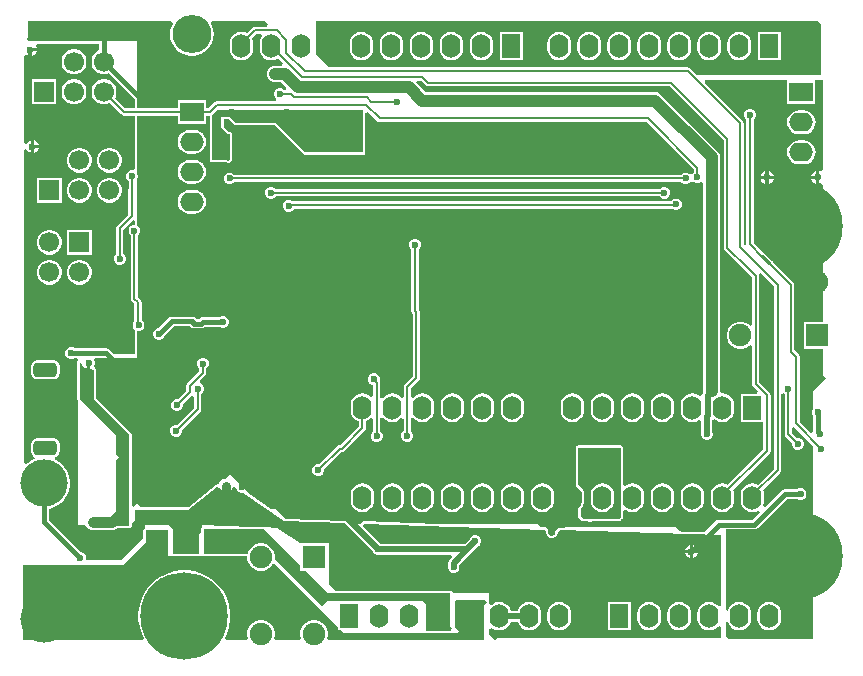
<source format=gbl>
G04*
G04 #@! TF.GenerationSoftware,Altium Limited,Altium Designer,24.5.2 (23)*
G04*
G04 Layer_Physical_Order=2*
G04 Layer_Color=16711680*
%FSLAX42Y42*%
%MOMM*%
G71*
G04*
G04 #@! TF.SameCoordinates,800EA35B-6491-4ADE-9D72-18F2112E8D14*
G04*
G04*
G04 #@! TF.FilePolarity,Positive*
G04*
G01*
G75*
%ADD10C,0.20*%
%ADD11C,0.50*%
%ADD20R,1.90X1.90*%
%ADD63R,1.90X1.90*%
%ADD64C,1.90*%
%ADD70C,0.80*%
%ADD71C,0.40*%
%ADD72C,0.60*%
%ADD73C,1.00*%
%ADD74O,2.00X1.60*%
%ADD75R,2.00X1.60*%
%ADD76O,1.60X2.00*%
%ADD77R,1.60X2.00*%
G04:AMPARAMS|DCode=78|XSize=2mm|YSize=1.2mm|CornerRadius=0.3mm|HoleSize=0mm|Usage=FLASHONLY|Rotation=0.000|XOffset=0mm|YOffset=0mm|HoleType=Round|Shape=RoundedRectangle|*
%AMROUNDEDRECTD78*
21,1,2.00,0.60,0,0,0.0*
21,1,1.40,1.20,0,0,0.0*
1,1,0.60,0.70,-0.30*
1,1,0.60,-0.70,-0.30*
1,1,0.60,-0.70,0.30*
1,1,0.60,0.70,0.30*
%
%ADD78ROUNDEDRECTD78*%
%ADD79R,1.70X1.70*%
%ADD80C,1.70*%
%ADD81O,3.30X3.20*%
%ADD82C,4.00*%
%ADD83C,7.40*%
%ADD84C,0.60*%
%ADD85C,0.30*%
%ADD86C,0.90*%
G36*
X2106Y5264D02*
X2098Y5246D01*
X1995D01*
X1995Y5246D01*
X1983Y5243D01*
X1973Y5237D01*
X1973Y5237D01*
X1926Y5189D01*
X1906Y5197D01*
X1880Y5201D01*
X1853Y5197D01*
X1829Y5187D01*
X1808Y5171D01*
X1792Y5150D01*
X1782Y5126D01*
X1779Y5100D01*
Y5060D01*
X1782Y5034D01*
X1792Y5010D01*
X1808Y4989D01*
X1829Y4973D01*
X1853Y4963D01*
X1880Y4959D01*
X1906Y4963D01*
X1930Y4973D01*
X1951Y4989D01*
X1967Y5010D01*
X1977Y5034D01*
X1980Y5060D01*
Y5100D01*
X1977Y5126D01*
X1969Y5146D01*
X2007Y5184D01*
X2048D01*
X2057Y5164D01*
X2046Y5150D01*
X2036Y5126D01*
X2033Y5100D01*
Y5060D01*
X2036Y5034D01*
X2046Y5010D01*
X2062Y4989D01*
X2083Y4973D01*
X2107Y4963D01*
X2134Y4959D01*
X2160Y4963D01*
X2184Y4973D01*
X2192Y4979D01*
X2234Y4936D01*
X2226Y4916D01*
X2164D01*
X2146Y4914D01*
X2129Y4907D01*
X2114Y4895D01*
X2103Y4881D01*
X2096Y4864D01*
X2093Y4846D01*
X2096Y4827D01*
X2103Y4810D01*
X2114Y4796D01*
X2129Y4784D01*
X2146Y4777D01*
X2164Y4775D01*
X2219D01*
X2261Y4732D01*
X2254Y4712D01*
X2240Y4710D01*
X2233Y4718D01*
X2214Y4726D01*
X2194D01*
X2176Y4718D01*
X2162Y4704D01*
X2154Y4686D01*
Y4666D01*
X2162Y4647D01*
X2174Y4636D01*
X2172Y4624D01*
X2167Y4616D01*
X1675D01*
X1663Y4613D01*
X1654Y4607D01*
X1601Y4555D01*
X1580D01*
Y4624D01*
X1340D01*
Y4555D01*
X1000D01*
Y4626D01*
X1000Y4626D01*
X1000Y4628D01*
Y5120D01*
X677D01*
X675Y5120D01*
X147D01*
X145Y5120D01*
X80D01*
X60Y5140D01*
X70Y5150D01*
Y5290D01*
X1287D01*
X1299Y5270D01*
X1288Y5249D01*
X1278Y5215D01*
X1274Y5180D01*
X1278Y5145D01*
X1288Y5111D01*
X1305Y5080D01*
X1327Y5052D01*
X1355Y5030D01*
X1386Y5013D01*
X1420Y5003D01*
X1438Y5001D01*
X1442Y5000D01*
X1446D01*
X1455Y4999D01*
X1465D01*
X1474Y5000D01*
X1478D01*
X1482Y5001D01*
X1500Y5003D01*
X1534Y5013D01*
X1565Y5030D01*
X1593Y5052D01*
X1615Y5080D01*
X1632Y5111D01*
X1642Y5145D01*
X1646Y5180D01*
X1642Y5215D01*
X1632Y5249D01*
X1621Y5270D01*
X1633Y5290D01*
X2080D01*
X2106Y5264D01*
D02*
G37*
G36*
X675Y5045D02*
X651Y5032D01*
X632Y5012D01*
X618Y4988D01*
X611Y4961D01*
Y4934D01*
X618Y4907D01*
X632Y4883D01*
X651Y4863D01*
X675Y4850D01*
X702Y4842D01*
X730D01*
X756Y4850D01*
X980Y4626D01*
Y4555D01*
X898D01*
X808Y4644D01*
X814Y4653D01*
X821Y4680D01*
Y4707D01*
X814Y4734D01*
X800Y4758D01*
X780Y4778D01*
X756Y4791D01*
X730Y4798D01*
X702D01*
X675Y4791D01*
X651Y4778D01*
X632Y4758D01*
X618Y4734D01*
X611Y4707D01*
Y4680D01*
X618Y4653D01*
X632Y4629D01*
X651Y4609D01*
X675Y4596D01*
X702Y4588D01*
X730D01*
X756Y4596D01*
X765Y4601D01*
X864Y4502D01*
X864Y4502D01*
X874Y4496D01*
X885Y4493D01*
X980D01*
Y4041D01*
X963Y4030D01*
X963Y4030D01*
X943D01*
X925Y4022D01*
X911Y4008D01*
X903Y3990D01*
Y3970D01*
X911Y3951D01*
X925Y3937D01*
X925Y3937D01*
Y3884D01*
X925Y3883D01*
X923Y3871D01*
X923Y3871D01*
Y3654D01*
X828Y3560D01*
X822Y3550D01*
X819Y3538D01*
X819Y3538D01*
Y3320D01*
X808Y3308D01*
X800Y3290D01*
Y3270D01*
X808Y3252D01*
X822Y3238D01*
X840Y3230D01*
X860D01*
X878Y3238D01*
X892Y3252D01*
X900Y3270D01*
Y3290D01*
X892Y3308D01*
X881Y3320D01*
Y3526D01*
X960Y3605D01*
X980Y3597D01*
Y3569D01*
X964D01*
X946Y3561D01*
X931Y3547D01*
X924Y3529D01*
Y3509D01*
X931Y3491D01*
X943Y3479D01*
Y2941D01*
X943Y2941D01*
X946Y2929D01*
X952Y2919D01*
X974Y2898D01*
Y2756D01*
X966Y2748D01*
X959Y2730D01*
Y2710D01*
X966Y2692D01*
X980Y2678D01*
Y2470D01*
X805D01*
X766Y2509D01*
X753Y2518D01*
X737Y2521D01*
X737Y2521D01*
X470D01*
X468Y2522D01*
X450Y2530D01*
X430D01*
X412Y2522D01*
X398Y2508D01*
X390Y2490D01*
Y2470D01*
X398Y2452D01*
X412Y2438D01*
X430Y2430D01*
X450D01*
X468Y2438D01*
X470Y2439D01*
X489Y2437D01*
X493Y2429D01*
X495Y2419D01*
X494Y2417D01*
X492Y2415D01*
X492Y2414D01*
X491Y2413D01*
X491Y2410D01*
X490Y2407D01*
X490Y2406D01*
X490Y2405D01*
Y2096D01*
X491Y2088D01*
X496Y2081D01*
X500Y2077D01*
Y1030D01*
X558D01*
X563Y1017D01*
X574Y1004D01*
X587Y993D01*
X603Y987D01*
X620Y984D01*
X782D01*
X799Y987D01*
X815Y993D01*
X823Y1000D01*
X931D01*
X939Y1001D01*
X945Y1006D01*
X950Y1012D01*
X951Y1020D01*
Y1044D01*
X980Y1060D01*
Y1150D01*
X1430D01*
X1676Y1349D01*
X1698Y1341D01*
X1703Y1329D01*
X1719Y1313D01*
X1737Y1305D01*
Y1360D01*
X1763D01*
Y1305D01*
X1781Y1313D01*
X1797Y1329D01*
X1800Y1337D01*
X1821Y1345D01*
X1836Y1336D01*
X1842Y1322D01*
X1856Y1308D01*
X1875Y1300D01*
X1895D01*
X1896Y1300D01*
X2244Y1058D01*
X2753Y1042D01*
X2993Y802D01*
X2998Y792D01*
X3012Y778D01*
X3030Y770D01*
X3050D01*
X3060Y774D01*
X3655D01*
X3663Y756D01*
X3645Y738D01*
X3636Y723D01*
X3632Y706D01*
Y695D01*
X3626Y681D01*
Y661D01*
X3634Y643D01*
X3648Y628D01*
X3666Y621D01*
X3686D01*
X3704Y628D01*
X3718Y643D01*
X3726Y661D01*
Y681D01*
X3724Y686D01*
Y687D01*
X3878Y841D01*
X3888Y845D01*
X3902Y859D01*
X3910Y878D01*
Y898D01*
X3902Y916D01*
X3888Y930D01*
X3870Y938D01*
X3850D01*
X3832Y930D01*
X3818Y916D01*
X3815Y911D01*
X3771Y866D01*
X3060D01*
X3058Y867D01*
X2907Y1018D01*
X2915Y1037D01*
X4451Y987D01*
X4458Y977D01*
Y957D01*
X4465Y938D01*
X4479Y924D01*
X4498Y917D01*
X4517D01*
X4536Y924D01*
X4550Y938D01*
X4558Y957D01*
Y964D01*
X4575Y983D01*
X5940Y939D01*
Y343D01*
X5920Y337D01*
X5913Y345D01*
X5892Y361D01*
X5868Y371D01*
X5842Y375D01*
X5816Y371D01*
X5792Y361D01*
X5771Y345D01*
X5755Y324D01*
X5745Y300D01*
X5741Y274D01*
Y234D01*
X5745Y208D01*
X5755Y184D01*
X5771Y163D01*
X5792Y147D01*
X5816Y137D01*
X5842Y133D01*
X5868Y137D01*
X5892Y147D01*
X5913Y163D01*
X5920Y171D01*
X5940Y165D01*
Y70D01*
X4050D01*
X4030Y50D01*
X3980Y100D01*
Y148D01*
X4000Y157D01*
X4014Y147D01*
X4038Y137D01*
X4064Y133D01*
X4090Y137D01*
X4114Y147D01*
X4135Y163D01*
X4151Y184D01*
X4161Y208D01*
X4161Y208D01*
X4221D01*
X4221Y208D01*
X4231Y184D01*
X4247Y163D01*
X4268Y147D01*
X4292Y137D01*
X4318Y133D01*
X4344Y137D01*
X4368Y147D01*
X4389Y163D01*
X4405Y184D01*
X4415Y208D01*
X4419Y234D01*
Y274D01*
X4415Y300D01*
X4405Y324D01*
X4389Y345D01*
X4368Y361D01*
X4344Y371D01*
X4318Y375D01*
X4292Y371D01*
X4268Y361D01*
X4247Y345D01*
X4231Y324D01*
X4221Y300D01*
X4221Y300D01*
X4161D01*
X4161Y300D01*
X4151Y324D01*
X4135Y345D01*
X4114Y361D01*
X4090Y371D01*
X4064Y375D01*
X4038Y371D01*
X4014Y361D01*
X4000Y351D01*
X3980Y360D01*
Y368D01*
X3980Y370D01*
X3980Y372D01*
Y450D01*
X3670D01*
X3669Y458D01*
X3664Y464D01*
X3658Y469D01*
X3650Y470D01*
X2680D01*
X2620Y530D01*
Y870D01*
X2380D01*
X2180Y1000D01*
X2084Y1005D01*
X2078Y1009D01*
X2070Y1010D01*
X1962D01*
X1550Y1030D01*
Y1007D01*
X1546Y1004D01*
X1541Y998D01*
X1540Y990D01*
Y970D01*
X1520Y950D01*
Y780D01*
X1423D01*
X1421Y780D01*
X1420Y780D01*
X1416Y780D01*
X1412Y780D01*
X1411Y780D01*
X1409Y780D01*
X1300D01*
Y990D01*
X1260Y1030D01*
X1060D01*
Y997D01*
X1056Y994D01*
X1051Y988D01*
X1050Y980D01*
Y920D01*
X870Y740D01*
Y730D01*
X572D01*
X565Y740D01*
Y760D01*
X557Y778D01*
X543Y792D01*
X525Y800D01*
X523D01*
X251Y1072D01*
Y1164D01*
X274Y1168D01*
X314Y1185D01*
X350Y1209D01*
X381Y1240D01*
X405Y1276D01*
X422Y1316D01*
X430Y1358D01*
Y1402D01*
X422Y1444D01*
X405Y1484D01*
X381Y1520D01*
X350Y1551D01*
X314Y1575D01*
X300Y1581D01*
X302Y1601D01*
X309Y1603D01*
X326Y1614D01*
X337Y1630D01*
X341Y1650D01*
Y1710D01*
X337Y1730D01*
X326Y1746D01*
X309Y1757D01*
X290Y1761D01*
X150D01*
X130Y1757D01*
X114Y1746D01*
X103Y1730D01*
X99Y1710D01*
Y1650D01*
X103Y1630D01*
X114Y1614D01*
X127Y1605D01*
X128Y1592D01*
X126Y1583D01*
X106Y1575D01*
X70Y1551D01*
X58Y1540D01*
X40Y1547D01*
Y4202D01*
X60Y4206D01*
X63Y4199D01*
X79Y4183D01*
X97Y4175D01*
Y4230D01*
Y4285D01*
X79Y4277D01*
X63Y4261D01*
X60Y4254D01*
X40Y4258D01*
Y4993D01*
X59Y5003D01*
X77Y4995D01*
Y5050D01*
X90D01*
Y5063D01*
X145D01*
X137Y5081D01*
X147Y5100D01*
X675D01*
Y5045D01*
D02*
G37*
G36*
X6780Y5270D02*
X6790D01*
Y4840D01*
X5733D01*
X5682Y4892D01*
X5672Y4898D01*
X5660Y4901D01*
X5660Y4901D01*
X2619D01*
X2510Y5010D01*
Y5290D01*
X6760D01*
X6780Y5270D01*
D02*
G37*
G36*
X6800Y4034D02*
X6780Y4022D01*
X6773Y4025D01*
Y3970D01*
Y3915D01*
X6780Y3918D01*
X6800Y3906D01*
Y2747D01*
X6639D01*
Y2517D01*
X6800D01*
Y2300D01*
X6830Y2270D01*
X6720Y2160D01*
Y2011D01*
X6718Y2010D01*
X6711Y1991D01*
Y1971D01*
X6718Y1953D01*
X6720Y1951D01*
Y1816D01*
X6720Y1815D01*
Y1810D01*
X6702Y1803D01*
X6606Y1899D01*
Y2450D01*
X6606Y2450D01*
X6603Y2462D01*
X6597Y2472D01*
X6562Y2507D01*
Y3059D01*
X6560Y3070D01*
X6553Y3080D01*
X6553Y3080D01*
X6381Y3252D01*
X6380Y3255D01*
X6380Y3257D01*
X6380Y3257D01*
X6372Y3268D01*
X6370Y3271D01*
X6370Y3271D01*
X6342Y3294D01*
X6319Y3322D01*
X6319Y3322D01*
X6319Y3322D01*
X6316Y3324D01*
X6305Y3332D01*
X6305Y3332D01*
X6303Y3332D01*
X6300Y3333D01*
X6217Y3416D01*
Y4459D01*
X6229Y4471D01*
X6236Y4489D01*
Y4509D01*
X6229Y4527D01*
X6215Y4541D01*
X6196Y4549D01*
X6176D01*
X6158Y4541D01*
X6144Y4527D01*
X6136Y4509D01*
Y4489D01*
X6144Y4471D01*
X6156Y4459D01*
Y3404D01*
X6156Y3404D01*
X6154Y3402D01*
X6142Y3395D01*
X6131Y3404D01*
Y4430D01*
X6131Y4430D01*
X6128Y4442D01*
X6122Y4452D01*
X6122Y4452D01*
X5802Y4772D01*
X5809Y4790D01*
X6480D01*
X6500Y4790D01*
X6500Y4770D01*
Y4590D01*
X6740D01*
Y4770D01*
X6740Y4790D01*
X6760Y4790D01*
X6800D01*
Y4034D01*
D02*
G37*
G36*
X2910Y4180D02*
X2420D01*
X2170Y4430D01*
X2062D01*
X2059Y4431D01*
X2039D01*
X2036Y4430D01*
X1834D01*
X1784Y4480D01*
X1710D01*
Y4390D01*
X1766Y4334D01*
X1784D01*
Y4125D01*
X1769Y4111D01*
X1760Y4120D01*
X1630D01*
Y4499D01*
X1636Y4502D01*
X1673Y4540D01*
X2910D01*
Y4180D01*
D02*
G37*
G36*
X3439Y4748D02*
X3449Y4742D01*
X3460Y4739D01*
X3460Y4739D01*
X5507D01*
X5964Y4283D01*
Y3375D01*
X5964Y3375D01*
X5966Y3363D01*
X5973Y3353D01*
X6148Y3178D01*
X6148Y3178D01*
X6148Y3178D01*
X6203Y3123D01*
Y2723D01*
X6183Y2715D01*
X6174Y2724D01*
X6148Y2739D01*
X6119Y2747D01*
X6089D01*
X6059Y2739D01*
X6033Y2724D01*
X6012Y2702D01*
X5997Y2676D01*
X5989Y2647D01*
Y2616D01*
X5997Y2587D01*
X6012Y2561D01*
X6033Y2540D01*
X6059Y2524D01*
X6089Y2517D01*
X6119D01*
X6148Y2524D01*
X6174Y2540D01*
X6183Y2548D01*
X6203Y2540D01*
Y2221D01*
X6203Y2221D01*
X6206Y2210D01*
X6212Y2200D01*
X6254Y2158D01*
X6247Y2139D01*
X6106D01*
Y1899D01*
X6299D01*
Y1667D01*
X5998Y1367D01*
X5979Y1375D01*
X5953Y1378D01*
X5926Y1375D01*
X5902Y1365D01*
X5881Y1349D01*
X5865Y1328D01*
X5855Y1303D01*
X5852Y1277D01*
Y1237D01*
X5855Y1211D01*
X5865Y1187D01*
X5881Y1166D01*
X5902Y1150D01*
X5926Y1140D01*
X5953Y1136D01*
X5979Y1140D01*
X6003Y1150D01*
X6024Y1166D01*
X6040Y1187D01*
X6050Y1211D01*
X6053Y1237D01*
Y1277D01*
X6050Y1303D01*
X6042Y1323D01*
X6352Y1633D01*
X6358Y1643D01*
X6361Y1655D01*
X6361Y1655D01*
Y2125D01*
X6358Y2137D01*
X6352Y2147D01*
X6352Y2147D01*
X6264Y2234D01*
Y3135D01*
X6264Y3135D01*
X6262Y3146D01*
X6263Y3147D01*
X6280Y3157D01*
X6389Y3047D01*
Y1503D01*
X6252Y1367D01*
X6233Y1375D01*
X6206Y1378D01*
X6180Y1375D01*
X6156Y1365D01*
X6135Y1349D01*
X6119Y1328D01*
X6109Y1303D01*
X6106Y1277D01*
Y1237D01*
X6109Y1211D01*
X6119Y1187D01*
X6135Y1166D01*
X6156Y1150D01*
X6180Y1140D01*
X6206Y1136D01*
X6233Y1140D01*
X6257Y1150D01*
X6269Y1134D01*
X6206Y1071D01*
X5920D01*
X5904Y1068D01*
X5891Y1059D01*
X5891Y1059D01*
X5802Y970D01*
X5612D01*
X5589Y971D01*
X5550Y1010D01*
X4623D01*
X4615Y1002D01*
X4576Y1003D01*
X4575Y1003D01*
X4574Y1003D01*
X4571Y1003D01*
X4568Y1002D01*
X4567Y1002D01*
X4566Y1001D01*
X4564Y1000D01*
X4561Y998D01*
X4560Y997D01*
X4560Y997D01*
X4542Y977D01*
X4541Y974D01*
X4539Y971D01*
X4539Y971D01*
X4538Y970D01*
X4538Y967D01*
X4537Y964D01*
Y961D01*
X4533Y950D01*
X4524Y942D01*
X4513Y937D01*
X4502D01*
X4491Y942D01*
X4482Y950D01*
X4478Y961D01*
Y977D01*
X4478Y978D01*
X4478Y980D01*
X4477Y982D01*
X4476Y984D01*
X4475Y986D01*
X4475Y988D01*
X4468Y998D01*
X4467Y999D01*
X4466Y1001D01*
X4464Y1002D01*
X4462Y1004D01*
X4461Y1005D01*
X4459Y1006D01*
X4457Y1006D01*
X4455Y1007D01*
X4453Y1007D01*
X4451Y1007D01*
X4418Y1008D01*
X4389Y1037D01*
X3538D01*
X2915Y1057D01*
X2915Y1057D01*
X2915Y1057D01*
X2911Y1056D01*
X2907Y1056D01*
X2907Y1055D01*
X2907Y1055D01*
X2904Y1053D01*
X2901Y1051D01*
X2901Y1051D01*
X2901Y1051D01*
X2898Y1048D01*
X2896Y1045D01*
X2896Y1045D01*
X2896Y1045D01*
X2893Y1037D01*
X2787D01*
X2768Y1056D01*
X2765Y1058D01*
X2762Y1060D01*
X2761Y1060D01*
X2761Y1061D01*
X2758Y1061D01*
X2754Y1062D01*
X2252Y1078D01*
X2170Y1160D01*
X2133D01*
X1958Y1282D01*
X1780Y1460D01*
X1739Y1419D01*
X1727Y1417D01*
X1707Y1403D01*
X1693Y1383D01*
X1692Y1381D01*
X1678Y1370D01*
X1677Y1369D01*
X1675Y1370D01*
X1673Y1369D01*
X1670Y1369D01*
X1669Y1368D01*
X1668Y1368D01*
X1666Y1366D01*
X1663Y1365D01*
X1435Y1180D01*
X1030D01*
X1000Y1210D01*
X970Y1180D01*
X951Y1187D01*
Y1789D01*
X950Y1797D01*
X945Y1804D01*
X650Y2098D01*
Y2338D01*
X650Y2341D01*
X649Y2344D01*
X649Y2345D01*
X649Y2346D01*
X647Y2348D01*
X646Y2351D01*
X645Y2351D01*
X644Y2352D01*
X642Y2354D01*
X641Y2354D01*
X629Y2370D01*
X636Y2389D01*
Y2408D01*
X631Y2420D01*
X642Y2440D01*
X990D01*
X1000Y2450D01*
Y2468D01*
X1000Y2470D01*
Y2670D01*
X1018D01*
X1037Y2678D01*
X1051Y2692D01*
X1059Y2710D01*
Y2730D01*
X1051Y2748D01*
X1037Y2762D01*
X1035Y2763D01*
Y2911D01*
X1033Y2922D01*
X1026Y2932D01*
X1004Y2954D01*
Y3479D01*
X1016Y3491D01*
X1024Y3509D01*
Y3529D01*
X1016Y3547D01*
X1002Y3561D01*
X1000Y3562D01*
Y3567D01*
X1000Y3569D01*
Y3597D01*
X1000Y3599D01*
Y3962D01*
X1003Y3970D01*
Y3990D01*
X1000Y3997D01*
Y4037D01*
X1000Y4037D01*
Y4039D01*
X1000Y4041D01*
Y4493D01*
X1340D01*
Y4424D01*
X1580D01*
Y4493D01*
X1610D01*
Y4120D01*
X1611Y4112D01*
X1616Y4106D01*
X1622Y4101D01*
X1630Y4100D01*
X1752D01*
X1755Y4097D01*
X1758Y4095D01*
X1761Y4092D01*
X1761Y4092D01*
X1761Y4092D01*
X1765Y4091D01*
X1768Y4091D01*
X1769Y4091D01*
X1769Y4091D01*
X1773Y4091D01*
X1776Y4092D01*
X1776Y4092D01*
X1777Y4092D01*
X1780Y4094D01*
X1783Y4096D01*
X1798Y4110D01*
X1798Y4110D01*
X1798Y4110D01*
X1800Y4113D01*
X1802Y4116D01*
X1802Y4116D01*
X1803Y4117D01*
X1803Y4120D01*
X1804Y4124D01*
X1804Y4124D01*
X1804Y4125D01*
Y4334D01*
X1803Y4342D01*
X1798Y4348D01*
X1792Y4353D01*
X1784Y4354D01*
X1775D01*
X1730Y4398D01*
Y4460D01*
X1776D01*
X1820Y4416D01*
X1826Y4411D01*
X1834Y4410D01*
X2036D01*
X2042Y4411D01*
X2055D01*
X2062Y4410D01*
X2162D01*
X2406Y4166D01*
X2412Y4161D01*
X2420Y4160D01*
X2910D01*
X2918Y4161D01*
X2924Y4166D01*
X2929Y4172D01*
X2930Y4180D01*
Y4517D01*
X2950Y4525D01*
X3027Y4448D01*
X3027Y4448D01*
X3037Y4442D01*
X3049Y4439D01*
X3049Y4439D01*
X5307D01*
X5709Y4037D01*
Y4010D01*
X5698Y3999D01*
X5697Y3998D01*
X5675Y3996D01*
X5668Y4002D01*
X5650Y4010D01*
X5630D01*
X5612Y4002D01*
X5600Y3991D01*
X1820D01*
X1808Y4002D01*
X1790Y4010D01*
X1770D01*
X1752Y4002D01*
X1738Y3988D01*
X1730Y3970D01*
Y3950D01*
X1738Y3932D01*
X1752Y3918D01*
X1770Y3910D01*
X1790D01*
X1808Y3918D01*
X1820Y3929D01*
X5600D01*
X5612Y3918D01*
X5630Y3910D01*
X5650D01*
X5668Y3918D01*
X5682Y3931D01*
X5683Y3932D01*
X5705Y3934D01*
X5712Y3928D01*
X5730Y3920D01*
X5750D01*
X5768Y3928D01*
X5769Y3929D01*
X5789Y3920D01*
Y2159D01*
X5790Y2152D01*
X5785Y2144D01*
X5782Y2126D01*
X5762Y2117D01*
X5749Y2127D01*
X5725Y2137D01*
X5699Y2140D01*
X5672Y2137D01*
X5648Y2127D01*
X5627Y2111D01*
X5611Y2090D01*
X5601Y2065D01*
X5598Y2039D01*
Y1999D01*
X5601Y1973D01*
X5611Y1949D01*
X5627Y1928D01*
X5648Y1912D01*
X5672Y1902D01*
X5699Y1898D01*
X5725Y1902D01*
X5749Y1912D01*
X5755Y1917D01*
X5775Y1907D01*
Y1817D01*
X5771Y1807D01*
Y1787D01*
X5779Y1768D01*
X5793Y1754D01*
X5811Y1747D01*
X5831D01*
X5849Y1754D01*
X5864Y1768D01*
X5871Y1787D01*
Y1807D01*
X5867Y1817D01*
Y1915D01*
X5868Y1916D01*
X5887Y1923D01*
X5902Y1912D01*
X5926Y1902D01*
X5953Y1898D01*
X5979Y1902D01*
X6003Y1912D01*
X6024Y1928D01*
X6040Y1949D01*
X6050Y1973D01*
X6053Y1999D01*
Y2039D01*
X6050Y2065D01*
X6040Y2090D01*
X6024Y2111D01*
X6003Y2127D01*
X5979Y2137D01*
X5953Y2140D01*
X5948Y2140D01*
X5930Y2157D01*
X5931Y2159D01*
Y4140D01*
X5928Y4158D01*
X5921Y4175D01*
X5910Y4190D01*
X5430Y4670D01*
X5415Y4681D01*
X5398Y4688D01*
X5380Y4691D01*
X3440D01*
X3361Y4769D01*
X3369Y4789D01*
X3398D01*
X3439Y4748D01*
D02*
G37*
G36*
X6479Y2132D02*
Y1793D01*
X6479Y1793D01*
X6482Y1781D01*
X6488Y1771D01*
X6539Y1721D01*
Y1704D01*
X6547Y1686D01*
X6561Y1672D01*
X6579Y1664D01*
X6599D01*
X6617Y1672D01*
X6631Y1686D01*
X6639Y1704D01*
Y1724D01*
X6631Y1742D01*
X6617Y1756D01*
X6599Y1764D01*
X6582D01*
X6541Y1806D01*
Y1849D01*
X6561Y1857D01*
X6720Y1698D01*
Y60D01*
X6010D01*
X5980Y90D01*
Y203D01*
X5999Y208D01*
X6009Y184D01*
X6025Y163D01*
X6046Y147D01*
X6070Y137D01*
X6096Y133D01*
X6122Y137D01*
X6146Y147D01*
X6167Y163D01*
X6183Y184D01*
X6193Y208D01*
X6197Y234D01*
Y274D01*
X6193Y300D01*
X6183Y324D01*
X6167Y345D01*
X6146Y361D01*
X6122Y371D01*
X6096Y375D01*
X6070Y371D01*
X6046Y361D01*
X6025Y345D01*
X6009Y324D01*
X5999Y300D01*
X5980Y305D01*
Y970D01*
X5980D01*
X5982Y989D01*
X6223D01*
X6223Y989D01*
X6238Y992D01*
X6252Y1001D01*
X6498Y1248D01*
X6584D01*
X6586Y1246D01*
X6604Y1239D01*
X6624D01*
X6642Y1246D01*
X6656Y1260D01*
X6664Y1279D01*
Y1298D01*
X6656Y1317D01*
X6642Y1331D01*
X6624Y1339D01*
X6604D01*
X6586Y1331D01*
X6584Y1329D01*
X6481D01*
X6481Y1329D01*
X6466Y1326D01*
X6452Y1317D01*
X6452Y1317D01*
X6310Y1175D01*
X6294Y1187D01*
X6304Y1211D01*
X6307Y1237D01*
Y1277D01*
X6304Y1303D01*
X6296Y1323D01*
X6442Y1469D01*
X6448Y1479D01*
X6451Y1491D01*
X6451Y1491D01*
Y2131D01*
X6471Y2140D01*
X6479Y2132D01*
D02*
G37*
G36*
X531Y2391D02*
Y2388D01*
X539Y2367D01*
X555Y2352D01*
X574Y2344D01*
Y2399D01*
X599D01*
Y2344D01*
X610Y2348D01*
X630Y2338D01*
Y2090D01*
X931Y1789D01*
Y1020D01*
X820D01*
Y1580D01*
X840Y1600D01*
X820Y1620D01*
Y1786D01*
X510Y2096D01*
Y2405D01*
X511Y2406D01*
X531Y2391D01*
D02*
G37*
G36*
X2380Y680D02*
Y640D01*
X2420D01*
X2610Y450D01*
X3650D01*
Y160D01*
X3660Y150D01*
X3652Y130D01*
X3440D01*
Y360D01*
X3418Y382D01*
X2602D01*
X2560Y340D01*
X2160Y740D01*
Y770D01*
X2152Y799D01*
X2137Y826D01*
X2116Y847D01*
X2089Y862D01*
X2060Y870D01*
X2030D01*
X2001Y862D01*
X1974Y847D01*
X1953Y826D01*
X1938Y799D01*
X1933Y780D01*
X1570D01*
X1560Y784D01*
Y990D01*
X2070D01*
X2380Y680D01*
D02*
G37*
G36*
X1260Y760D02*
X1409D01*
X1416Y759D01*
X1423Y760D01*
X1568D01*
X1570Y760D01*
X1666D01*
X1670Y759D01*
X1674Y760D01*
X1930D01*
Y740D01*
X1938Y711D01*
X1953Y684D01*
X1974Y663D01*
X2001Y648D01*
X2030Y640D01*
X2060D01*
X2089Y648D01*
X2116Y663D01*
X2137Y684D01*
X2143Y695D01*
X2163Y697D01*
X2694Y166D01*
Y134D01*
X2726D01*
X2748Y112D01*
X3432Y112D01*
X3432Y111D01*
X3440Y110D01*
X3652D01*
X3660Y111D01*
X3660Y112D01*
X3702D01*
X3720Y130D01*
X3690Y160D01*
Y372D01*
X3695Y390D01*
X3940D01*
X3960Y370D01*
X3930Y340D01*
Y50D01*
X2617D01*
X2605Y70D01*
X2610Y90D01*
Y120D01*
X2602Y149D01*
X2587Y176D01*
X2566Y197D01*
X2539Y212D01*
X2510Y220D01*
X2480D01*
X2451Y212D01*
X2424Y197D01*
X2403Y176D01*
X2388Y149D01*
X2380Y120D01*
Y90D01*
X2385Y70D01*
X2373Y50D01*
X2167D01*
X2155Y70D01*
X2160Y90D01*
Y120D01*
X2152Y149D01*
X2137Y176D01*
X2116Y197D01*
X2089Y212D01*
X2060Y220D01*
X2030D01*
X2001Y212D01*
X1974Y197D01*
X1953Y176D01*
X1938Y149D01*
X1930Y120D01*
Y90D01*
X1935Y70D01*
X1923Y50D01*
X1750D01*
X1739Y67D01*
X1758Y104D01*
X1777Y163D01*
X1787Y223D01*
Y285D01*
X1777Y345D01*
X1758Y404D01*
X1731Y458D01*
X1694Y508D01*
X1651Y551D01*
X1601Y588D01*
X1547Y615D01*
X1488Y634D01*
X1428Y644D01*
X1366D01*
X1306Y634D01*
X1247Y615D01*
X1193Y588D01*
X1143Y551D01*
X1100Y508D01*
X1063Y458D01*
X1036Y404D01*
X1017Y345D01*
X1007Y285D01*
Y223D01*
X1017Y163D01*
X1036Y104D01*
X1055Y67D01*
X1044Y50D01*
X40D01*
X30Y60D01*
Y690D01*
X880D01*
X1070Y880D01*
Y980D01*
X1260D01*
Y760D01*
D02*
G37*
%LPC*%
G36*
X145Y5037D02*
X103D01*
Y4995D01*
X121Y5003D01*
X137Y5019D01*
X145Y5037D01*
D02*
G37*
G36*
X476Y5052D02*
X448D01*
X421Y5045D01*
X397Y5032D01*
X378Y5012D01*
X364Y4988D01*
X357Y4961D01*
Y4934D01*
X364Y4907D01*
X378Y4883D01*
X397Y4863D01*
X421Y4850D01*
X448Y4842D01*
X476D01*
X502Y4850D01*
X526Y4863D01*
X546Y4883D01*
X560Y4907D01*
X567Y4934D01*
Y4961D01*
X560Y4988D01*
X546Y5012D01*
X526Y5032D01*
X502Y5045D01*
X476Y5052D01*
D02*
G37*
G36*
Y4798D02*
X448D01*
X421Y4791D01*
X397Y4778D01*
X378Y4758D01*
X364Y4734D01*
X357Y4707D01*
Y4680D01*
X364Y4653D01*
X378Y4629D01*
X397Y4609D01*
X421Y4596D01*
X448Y4588D01*
X476D01*
X502Y4596D01*
X526Y4609D01*
X546Y4629D01*
X560Y4653D01*
X567Y4680D01*
Y4707D01*
X560Y4734D01*
X546Y4758D01*
X526Y4778D01*
X502Y4791D01*
X476Y4798D01*
D02*
G37*
G36*
X313D02*
X103D01*
Y4588D01*
X313D01*
Y4798D01*
D02*
G37*
G36*
X123Y4285D02*
Y4243D01*
X165D01*
X157Y4261D01*
X141Y4277D01*
X123Y4285D01*
D02*
G37*
G36*
X165Y4217D02*
X123D01*
Y4175D01*
X141Y4183D01*
X157Y4199D01*
X165Y4217D01*
D02*
G37*
G36*
X776Y4220D02*
X748D01*
X721Y4213D01*
X698Y4199D01*
X678Y4179D01*
X664Y4155D01*
X657Y4129D01*
Y4101D01*
X664Y4074D01*
X678Y4050D01*
X698Y4031D01*
X721Y4017D01*
X748Y4010D01*
X776D01*
X803Y4017D01*
X826Y4031D01*
X846Y4050D01*
X860Y4074D01*
X867Y4101D01*
Y4129D01*
X860Y4155D01*
X846Y4179D01*
X826Y4199D01*
X803Y4213D01*
X776Y4220D01*
D02*
G37*
G36*
X522D02*
X494D01*
X467Y4213D01*
X444Y4199D01*
X424Y4179D01*
X410Y4155D01*
X403Y4129D01*
Y4101D01*
X410Y4074D01*
X424Y4050D01*
X444Y4031D01*
X467Y4017D01*
X494Y4010D01*
X522D01*
X549Y4017D01*
X572Y4031D01*
X592Y4050D01*
X606Y4074D01*
X613Y4101D01*
Y4129D01*
X606Y4155D01*
X592Y4179D01*
X572Y4199D01*
X549Y4213D01*
X522Y4220D01*
D02*
G37*
G36*
X776Y3966D02*
X748D01*
X721Y3959D01*
X698Y3945D01*
X678Y3925D01*
X664Y3901D01*
X657Y3875D01*
Y3847D01*
X664Y3820D01*
X678Y3796D01*
X698Y3777D01*
X721Y3763D01*
X748Y3756D01*
X776D01*
X803Y3763D01*
X826Y3777D01*
X846Y3796D01*
X860Y3820D01*
X867Y3847D01*
Y3875D01*
X860Y3901D01*
X846Y3925D01*
X826Y3945D01*
X803Y3959D01*
X776Y3966D01*
D02*
G37*
G36*
X522D02*
X494D01*
X467Y3959D01*
X444Y3945D01*
X424Y3925D01*
X410Y3901D01*
X403Y3875D01*
Y3847D01*
X410Y3820D01*
X424Y3796D01*
X444Y3777D01*
X467Y3763D01*
X494Y3756D01*
X522D01*
X549Y3763D01*
X572Y3777D01*
X592Y3796D01*
X606Y3820D01*
X613Y3847D01*
Y3875D01*
X606Y3901D01*
X592Y3925D01*
X572Y3945D01*
X549Y3959D01*
X522Y3966D01*
D02*
G37*
G36*
X359D02*
X149D01*
Y3756D01*
X359D01*
Y3966D01*
D02*
G37*
G36*
X613Y3525D02*
X403D01*
Y3315D01*
X613D01*
Y3525D01*
D02*
G37*
G36*
X268D02*
X240D01*
X213Y3518D01*
X190Y3504D01*
X170Y3484D01*
X156Y3461D01*
X149Y3434D01*
Y3406D01*
X156Y3379D01*
X170Y3356D01*
X190Y3336D01*
X213Y3322D01*
X240Y3315D01*
X268D01*
X295Y3322D01*
X318Y3336D01*
X338Y3356D01*
X352Y3379D01*
X359Y3406D01*
Y3434D01*
X352Y3461D01*
X338Y3484D01*
X318Y3504D01*
X295Y3518D01*
X268Y3525D01*
D02*
G37*
G36*
X522Y3271D02*
X494D01*
X467Y3264D01*
X444Y3250D01*
X424Y3230D01*
X410Y3207D01*
X403Y3180D01*
Y3152D01*
X410Y3125D01*
X424Y3102D01*
X444Y3082D01*
X467Y3068D01*
X494Y3061D01*
X522D01*
X549Y3068D01*
X572Y3082D01*
X592Y3102D01*
X606Y3125D01*
X613Y3152D01*
Y3180D01*
X606Y3207D01*
X592Y3230D01*
X572Y3250D01*
X549Y3264D01*
X522Y3271D01*
D02*
G37*
G36*
X268D02*
X240D01*
X213Y3264D01*
X190Y3250D01*
X170Y3230D01*
X156Y3207D01*
X149Y3180D01*
Y3152D01*
X156Y3125D01*
X170Y3102D01*
X190Y3082D01*
X213Y3068D01*
X240Y3061D01*
X268D01*
X295Y3068D01*
X318Y3082D01*
X338Y3102D01*
X352Y3125D01*
X359Y3152D01*
Y3180D01*
X352Y3207D01*
X338Y3230D01*
X318Y3250D01*
X295Y3264D01*
X268Y3271D01*
D02*
G37*
G36*
X290Y2421D02*
X150D01*
X130Y2417D01*
X114Y2406D01*
X103Y2390D01*
X99Y2370D01*
Y2310D01*
X103Y2290D01*
X114Y2274D01*
X130Y2263D01*
X150Y2259D01*
X290D01*
X309Y2263D01*
X326Y2274D01*
X337Y2290D01*
X341Y2310D01*
Y2370D01*
X337Y2390D01*
X326Y2406D01*
X309Y2417D01*
X290Y2421D01*
D02*
G37*
G36*
X5703Y855D02*
Y813D01*
X5745D01*
X5737Y831D01*
X5721Y847D01*
X5703Y855D01*
D02*
G37*
G36*
X5677D02*
X5659Y847D01*
X5643Y831D01*
X5635Y813D01*
X5677D01*
Y855D01*
D02*
G37*
G36*
X5745Y787D02*
X5703D01*
Y745D01*
X5721Y753D01*
X5737Y769D01*
X5745Y787D01*
D02*
G37*
G36*
X5677D02*
X5635D01*
X5643Y769D01*
X5659Y753D01*
X5677Y745D01*
Y787D01*
D02*
G37*
G36*
X5180Y374D02*
X4980D01*
Y134D01*
X5180D01*
Y374D01*
D02*
G37*
G36*
X5588Y375D02*
X5562Y371D01*
X5538Y361D01*
X5517Y345D01*
X5501Y324D01*
X5491Y300D01*
X5487Y274D01*
Y234D01*
X5491Y208D01*
X5501Y184D01*
X5517Y163D01*
X5538Y147D01*
X5562Y137D01*
X5588Y133D01*
X5614Y137D01*
X5638Y147D01*
X5659Y163D01*
X5675Y184D01*
X5685Y208D01*
X5689Y234D01*
Y274D01*
X5685Y300D01*
X5675Y324D01*
X5659Y345D01*
X5638Y361D01*
X5614Y371D01*
X5588Y375D01*
D02*
G37*
G36*
X5334D02*
X5308Y371D01*
X5284Y361D01*
X5263Y345D01*
X5247Y324D01*
X5237Y300D01*
X5233Y274D01*
Y234D01*
X5237Y208D01*
X5247Y184D01*
X5263Y163D01*
X5284Y147D01*
X5308Y137D01*
X5334Y133D01*
X5360Y137D01*
X5384Y147D01*
X5405Y163D01*
X5421Y184D01*
X5431Y208D01*
X5435Y234D01*
Y274D01*
X5431Y300D01*
X5421Y324D01*
X5405Y345D01*
X5384Y361D01*
X5360Y371D01*
X5334Y375D01*
D02*
G37*
G36*
X4572D02*
X4546Y371D01*
X4522Y361D01*
X4501Y345D01*
X4485Y324D01*
X4475Y300D01*
X4471Y274D01*
Y234D01*
X4475Y208D01*
X4485Y184D01*
X4501Y163D01*
X4522Y147D01*
X4546Y137D01*
X4572Y133D01*
X4598Y137D01*
X4622Y147D01*
X4643Y163D01*
X4659Y184D01*
X4669Y208D01*
X4673Y234D01*
Y274D01*
X4669Y300D01*
X4659Y324D01*
X4643Y345D01*
X4622Y361D01*
X4598Y371D01*
X4572Y375D01*
D02*
G37*
G36*
X6450Y5200D02*
X6250D01*
Y4960D01*
X6450D01*
Y5200D01*
D02*
G37*
G36*
X4266D02*
X4066D01*
Y4960D01*
X4266D01*
Y5200D01*
D02*
G37*
G36*
X6096Y5201D02*
X6070Y5197D01*
X6046Y5187D01*
X6025Y5171D01*
X6009Y5150D01*
X5999Y5126D01*
X5995Y5100D01*
Y5060D01*
X5999Y5034D01*
X6009Y5010D01*
X6025Y4989D01*
X6046Y4973D01*
X6070Y4963D01*
X6096Y4959D01*
X6122Y4963D01*
X6146Y4973D01*
X6167Y4989D01*
X6183Y5010D01*
X6193Y5034D01*
X6197Y5060D01*
Y5100D01*
X6193Y5126D01*
X6183Y5150D01*
X6167Y5171D01*
X6146Y5187D01*
X6122Y5197D01*
X6096Y5201D01*
D02*
G37*
G36*
X5842D02*
X5816Y5197D01*
X5792Y5187D01*
X5771Y5171D01*
X5755Y5150D01*
X5745Y5126D01*
X5741Y5100D01*
Y5060D01*
X5745Y5034D01*
X5755Y5010D01*
X5771Y4989D01*
X5792Y4973D01*
X5816Y4963D01*
X5842Y4959D01*
X5868Y4963D01*
X5892Y4973D01*
X5913Y4989D01*
X5929Y5010D01*
X5939Y5034D01*
X5943Y5060D01*
Y5100D01*
X5939Y5126D01*
X5929Y5150D01*
X5913Y5171D01*
X5892Y5187D01*
X5868Y5197D01*
X5842Y5201D01*
D02*
G37*
G36*
X5588D02*
X5562Y5197D01*
X5538Y5187D01*
X5517Y5171D01*
X5501Y5150D01*
X5491Y5126D01*
X5487Y5100D01*
Y5060D01*
X5491Y5034D01*
X5501Y5010D01*
X5517Y4989D01*
X5538Y4973D01*
X5562Y4963D01*
X5588Y4959D01*
X5614Y4963D01*
X5638Y4973D01*
X5659Y4989D01*
X5675Y5010D01*
X5685Y5034D01*
X5689Y5060D01*
Y5100D01*
X5685Y5126D01*
X5675Y5150D01*
X5659Y5171D01*
X5638Y5187D01*
X5614Y5197D01*
X5588Y5201D01*
D02*
G37*
G36*
X5334D02*
X5308Y5197D01*
X5284Y5187D01*
X5263Y5171D01*
X5247Y5150D01*
X5237Y5126D01*
X5233Y5100D01*
Y5060D01*
X5237Y5034D01*
X5247Y5010D01*
X5263Y4989D01*
X5284Y4973D01*
X5308Y4963D01*
X5334Y4959D01*
X5360Y4963D01*
X5384Y4973D01*
X5405Y4989D01*
X5421Y5010D01*
X5431Y5034D01*
X5435Y5060D01*
Y5100D01*
X5431Y5126D01*
X5421Y5150D01*
X5405Y5171D01*
X5384Y5187D01*
X5360Y5197D01*
X5334Y5201D01*
D02*
G37*
G36*
X5080D02*
X5054Y5197D01*
X5030Y5187D01*
X5009Y5171D01*
X4993Y5150D01*
X4983Y5126D01*
X4979Y5100D01*
Y5060D01*
X4983Y5034D01*
X4993Y5010D01*
X5009Y4989D01*
X5030Y4973D01*
X5054Y4963D01*
X5080Y4959D01*
X5106Y4963D01*
X5130Y4973D01*
X5151Y4989D01*
X5167Y5010D01*
X5177Y5034D01*
X5181Y5060D01*
Y5100D01*
X5177Y5126D01*
X5167Y5150D01*
X5151Y5171D01*
X5130Y5187D01*
X5106Y5197D01*
X5080Y5201D01*
D02*
G37*
G36*
X4826D02*
X4800Y5197D01*
X4776Y5187D01*
X4755Y5171D01*
X4739Y5150D01*
X4729Y5126D01*
X4725Y5100D01*
Y5060D01*
X4729Y5034D01*
X4739Y5010D01*
X4755Y4989D01*
X4776Y4973D01*
X4800Y4963D01*
X4826Y4959D01*
X4852Y4963D01*
X4876Y4973D01*
X4897Y4989D01*
X4913Y5010D01*
X4923Y5034D01*
X4927Y5060D01*
Y5100D01*
X4923Y5126D01*
X4913Y5150D01*
X4897Y5171D01*
X4876Y5187D01*
X4852Y5197D01*
X4826Y5201D01*
D02*
G37*
G36*
X4572D02*
X4546Y5197D01*
X4522Y5187D01*
X4501Y5171D01*
X4485Y5150D01*
X4475Y5126D01*
X4471Y5100D01*
Y5060D01*
X4475Y5034D01*
X4485Y5010D01*
X4501Y4989D01*
X4522Y4973D01*
X4546Y4963D01*
X4572Y4959D01*
X4598Y4963D01*
X4622Y4973D01*
X4643Y4989D01*
X4659Y5010D01*
X4669Y5034D01*
X4673Y5060D01*
Y5100D01*
X4669Y5126D01*
X4659Y5150D01*
X4643Y5171D01*
X4622Y5187D01*
X4598Y5197D01*
X4572Y5201D01*
D02*
G37*
G36*
X3912D02*
X3885Y5197D01*
X3861Y5187D01*
X3840Y5171D01*
X3824Y5150D01*
X3814Y5126D01*
X3811Y5100D01*
Y5060D01*
X3814Y5034D01*
X3824Y5010D01*
X3840Y4989D01*
X3861Y4973D01*
X3885Y4963D01*
X3912Y4959D01*
X3938Y4963D01*
X3962Y4973D01*
X3983Y4989D01*
X3999Y5010D01*
X4009Y5034D01*
X4012Y5060D01*
Y5100D01*
X4009Y5126D01*
X3999Y5150D01*
X3983Y5171D01*
X3962Y5187D01*
X3938Y5197D01*
X3912Y5201D01*
D02*
G37*
G36*
X3658D02*
X3631Y5197D01*
X3607Y5187D01*
X3586Y5171D01*
X3570Y5150D01*
X3560Y5126D01*
X3557Y5100D01*
Y5060D01*
X3560Y5034D01*
X3570Y5010D01*
X3586Y4989D01*
X3607Y4973D01*
X3631Y4963D01*
X3658Y4959D01*
X3684Y4963D01*
X3708Y4973D01*
X3729Y4989D01*
X3745Y5010D01*
X3755Y5034D01*
X3758Y5060D01*
Y5100D01*
X3755Y5126D01*
X3745Y5150D01*
X3729Y5171D01*
X3708Y5187D01*
X3684Y5197D01*
X3658Y5201D01*
D02*
G37*
G36*
X3404D02*
X3377Y5197D01*
X3353Y5187D01*
X3332Y5171D01*
X3316Y5150D01*
X3306Y5126D01*
X3303Y5100D01*
Y5060D01*
X3306Y5034D01*
X3316Y5010D01*
X3332Y4989D01*
X3353Y4973D01*
X3377Y4963D01*
X3404Y4959D01*
X3430Y4963D01*
X3454Y4973D01*
X3475Y4989D01*
X3491Y5010D01*
X3501Y5034D01*
X3504Y5060D01*
Y5100D01*
X3501Y5126D01*
X3491Y5150D01*
X3475Y5171D01*
X3454Y5187D01*
X3430Y5197D01*
X3404Y5201D01*
D02*
G37*
G36*
X3150D02*
X3123Y5197D01*
X3099Y5187D01*
X3078Y5171D01*
X3062Y5150D01*
X3052Y5126D01*
X3049Y5100D01*
Y5060D01*
X3052Y5034D01*
X3062Y5010D01*
X3078Y4989D01*
X3099Y4973D01*
X3123Y4963D01*
X3150Y4959D01*
X3176Y4963D01*
X3200Y4973D01*
X3221Y4989D01*
X3237Y5010D01*
X3247Y5034D01*
X3250Y5060D01*
Y5100D01*
X3247Y5126D01*
X3237Y5150D01*
X3221Y5171D01*
X3200Y5187D01*
X3176Y5197D01*
X3150Y5201D01*
D02*
G37*
G36*
X2896D02*
X2869Y5197D01*
X2845Y5187D01*
X2824Y5171D01*
X2808Y5150D01*
X2798Y5126D01*
X2795Y5100D01*
Y5060D01*
X2798Y5034D01*
X2808Y5010D01*
X2824Y4989D01*
X2845Y4973D01*
X2869Y4963D01*
X2896Y4959D01*
X2922Y4963D01*
X2946Y4973D01*
X2967Y4989D01*
X2983Y5010D01*
X2993Y5034D01*
X2996Y5060D01*
Y5100D01*
X2993Y5126D01*
X2983Y5150D01*
X2967Y5171D01*
X2946Y5187D01*
X2922Y5197D01*
X2896Y5201D01*
D02*
G37*
G36*
X6640Y4537D02*
X6600D01*
X6574Y4533D01*
X6550Y4523D01*
X6529Y4507D01*
X6513Y4486D01*
X6503Y4462D01*
X6499Y4436D01*
X6503Y4410D01*
X6513Y4386D01*
X6529Y4365D01*
X6550Y4349D01*
X6574Y4339D01*
X6600Y4335D01*
X6640D01*
X6666Y4339D01*
X6690Y4349D01*
X6711Y4365D01*
X6727Y4386D01*
X6737Y4410D01*
X6741Y4436D01*
X6737Y4462D01*
X6727Y4486D01*
X6711Y4507D01*
X6690Y4523D01*
X6666Y4533D01*
X6640Y4537D01*
D02*
G37*
G36*
Y4283D02*
X6600D01*
X6574Y4279D01*
X6550Y4269D01*
X6529Y4253D01*
X6513Y4232D01*
X6503Y4208D01*
X6499Y4182D01*
X6503Y4156D01*
X6513Y4132D01*
X6529Y4111D01*
X6550Y4095D01*
X6574Y4085D01*
X6600Y4081D01*
X6640D01*
X6666Y4085D01*
X6690Y4095D01*
X6711Y4111D01*
X6727Y4132D01*
X6737Y4156D01*
X6741Y4182D01*
X6737Y4208D01*
X6727Y4232D01*
X6711Y4253D01*
X6690Y4269D01*
X6666Y4279D01*
X6640Y4283D01*
D02*
G37*
G36*
X6747Y4025D02*
X6729Y4017D01*
X6713Y4001D01*
X6705Y3983D01*
X6747D01*
Y4025D01*
D02*
G37*
G36*
X6343D02*
Y3983D01*
X6385D01*
X6377Y4001D01*
X6361Y4017D01*
X6343Y4025D01*
D02*
G37*
G36*
X6317D02*
X6299Y4017D01*
X6283Y4001D01*
X6275Y3983D01*
X6317D01*
Y4025D01*
D02*
G37*
G36*
X6747Y3957D02*
X6705D01*
X6713Y3939D01*
X6729Y3923D01*
X6747Y3915D01*
Y3957D01*
D02*
G37*
G36*
X6385D02*
X6343D01*
Y3915D01*
X6361Y3923D01*
X6377Y3939D01*
X6385Y3957D01*
D02*
G37*
G36*
X6317D02*
X6275D01*
X6283Y3939D01*
X6299Y3923D01*
X6317Y3915D01*
Y3957D01*
D02*
G37*
G36*
X1480Y4371D02*
X1440D01*
X1414Y4367D01*
X1390Y4357D01*
X1369Y4341D01*
X1353Y4320D01*
X1343Y4296D01*
X1339Y4270D01*
X1343Y4244D01*
X1353Y4220D01*
X1369Y4199D01*
X1390Y4183D01*
X1414Y4173D01*
X1440Y4169D01*
X1480D01*
X1506Y4173D01*
X1530Y4183D01*
X1551Y4199D01*
X1567Y4220D01*
X1577Y4244D01*
X1581Y4270D01*
X1577Y4296D01*
X1567Y4320D01*
X1551Y4341D01*
X1530Y4357D01*
X1506Y4367D01*
X1480Y4371D01*
D02*
G37*
G36*
Y4117D02*
X1440D01*
X1414Y4113D01*
X1390Y4103D01*
X1369Y4087D01*
X1353Y4066D01*
X1343Y4042D01*
X1339Y4016D01*
X1343Y3990D01*
X1353Y3966D01*
X1369Y3945D01*
X1390Y3929D01*
X1414Y3919D01*
X1440Y3915D01*
X1480D01*
X1506Y3919D01*
X1530Y3929D01*
X1551Y3945D01*
X1567Y3966D01*
X1577Y3990D01*
X1581Y4016D01*
X1577Y4042D01*
X1567Y4066D01*
X1551Y4087D01*
X1530Y4103D01*
X1506Y4113D01*
X1480Y4117D01*
D02*
G37*
G36*
X5470Y3890D02*
X5450D01*
X5432Y3882D01*
X5420Y3871D01*
X2170D01*
X2158Y3882D01*
X2140Y3890D01*
X2120D01*
X2102Y3882D01*
X2088Y3868D01*
X2080Y3850D01*
Y3830D01*
X2088Y3812D01*
X2102Y3798D01*
X2120Y3790D01*
X2140D01*
X2158Y3798D01*
X2170Y3809D01*
X5420D01*
X5432Y3798D01*
X5450Y3790D01*
X5470D01*
X5488Y3798D01*
X5502Y3812D01*
X5510Y3830D01*
Y3850D01*
X5502Y3868D01*
X5488Y3882D01*
X5470Y3890D01*
D02*
G37*
G36*
X5570Y3790D02*
X5550D01*
X5532Y3782D01*
X5518Y3768D01*
X5516Y3766D01*
X2315D01*
X2308Y3772D01*
X2290Y3780D01*
X2270D01*
X2252Y3772D01*
X2238Y3758D01*
X2230Y3740D01*
Y3720D01*
X2238Y3702D01*
X2252Y3688D01*
X2270Y3680D01*
X2290D01*
X2308Y3688D01*
X2322Y3702D01*
X2324Y3704D01*
X5525D01*
X5532Y3698D01*
X5550Y3690D01*
X5570D01*
X5588Y3698D01*
X5602Y3712D01*
X5610Y3730D01*
Y3750D01*
X5602Y3768D01*
X5588Y3782D01*
X5570Y3790D01*
D02*
G37*
G36*
X1480Y3863D02*
X1440D01*
X1414Y3859D01*
X1390Y3849D01*
X1369Y3833D01*
X1353Y3812D01*
X1343Y3788D01*
X1339Y3762D01*
X1343Y3736D01*
X1353Y3712D01*
X1369Y3691D01*
X1390Y3675D01*
X1414Y3665D01*
X1440Y3661D01*
X1480D01*
X1506Y3665D01*
X1530Y3675D01*
X1551Y3691D01*
X1567Y3712D01*
X1577Y3736D01*
X1581Y3762D01*
X1577Y3788D01*
X1567Y3812D01*
X1551Y3833D01*
X1530Y3849D01*
X1506Y3859D01*
X1480Y3863D01*
D02*
G37*
G36*
X1734Y2795D02*
X1714D01*
X1696Y2788D01*
X1694Y2786D01*
X1552D01*
X1552Y2786D01*
X1537Y2783D01*
X1523Y2774D01*
X1523Y2774D01*
X1522Y2772D01*
X1497D01*
X1492Y2778D01*
X1479Y2786D01*
X1463Y2790D01*
X1463Y2790D01*
X1289D01*
X1289Y2790D01*
X1273Y2786D01*
X1260Y2778D01*
X1175Y2692D01*
X1173D01*
X1154Y2685D01*
X1140Y2671D01*
X1132Y2652D01*
Y2633D01*
X1140Y2614D01*
X1154Y2600D01*
X1173Y2592D01*
X1192D01*
X1211Y2600D01*
X1225Y2614D01*
X1232Y2633D01*
Y2635D01*
X1306Y2708D01*
X1446D01*
X1452Y2703D01*
X1452Y2703D01*
X1465Y2694D01*
X1481Y2691D01*
X1481Y2691D01*
X1539D01*
X1539Y2691D01*
X1554Y2694D01*
X1567Y2703D01*
X1569Y2704D01*
X1694D01*
X1696Y2703D01*
X1714Y2695D01*
X1734D01*
X1753Y2703D01*
X1767Y2717D01*
X1774Y2735D01*
Y2755D01*
X1767Y2774D01*
X1753Y2788D01*
X1734Y2795D01*
D02*
G37*
G36*
X3360Y3450D02*
X3340D01*
X3322Y3442D01*
X3308Y3428D01*
X3300Y3410D01*
Y3390D01*
X3308Y3372D01*
X3319Y3360D01*
Y2836D01*
X3319Y2836D01*
X3322Y2824D01*
X3328Y2814D01*
X3329Y2813D01*
Y2282D01*
X3264Y2216D01*
X3257Y2206D01*
X3255Y2195D01*
X3255Y2195D01*
Y2111D01*
X3235Y2104D01*
X3230Y2111D01*
X3209Y2127D01*
X3185Y2137D01*
X3158Y2140D01*
X3132Y2137D01*
X3108Y2127D01*
X3087Y2111D01*
X3077Y2098D01*
X3057Y2104D01*
Y2225D01*
X3055Y2237D01*
X3049Y2246D01*
X3050Y2250D01*
Y2270D01*
X3042Y2288D01*
X3028Y2302D01*
X3010Y2310D01*
X2990D01*
X2972Y2302D01*
X2958Y2288D01*
X2950Y2270D01*
Y2250D01*
X2958Y2232D01*
X2972Y2218D01*
X2990Y2210D01*
X2996D01*
Y2117D01*
X2976Y2110D01*
X2976Y2111D01*
X2955Y2127D01*
X2931Y2137D01*
X2905Y2140D01*
X2878Y2137D01*
X2854Y2127D01*
X2833Y2111D01*
X2817Y2090D01*
X2807Y2065D01*
X2804Y2039D01*
Y1999D01*
X2807Y1973D01*
X2817Y1949D01*
X2833Y1928D01*
X2854Y1912D01*
X2874Y1904D01*
Y1862D01*
X2715Y1703D01*
X2713D01*
X2713Y1703D01*
X2701Y1701D01*
X2691Y1694D01*
X2691Y1694D01*
X2537Y1540D01*
X2520D01*
X2502Y1532D01*
X2488Y1518D01*
X2480Y1500D01*
Y1480D01*
X2488Y1462D01*
X2502Y1448D01*
X2520Y1440D01*
X2540D01*
X2558Y1448D01*
X2572Y1462D01*
X2580Y1480D01*
Y1497D01*
X2725Y1642D01*
X2728D01*
X2728Y1642D01*
X2739Y1644D01*
X2749Y1651D01*
X2926Y1828D01*
X2933Y1838D01*
X2935Y1849D01*
X2935Y1849D01*
Y1904D01*
X2955Y1912D01*
X2976Y1928D01*
X2976Y1928D01*
X2996Y1922D01*
Y1818D01*
X2984Y1806D01*
X2977Y1787D01*
Y1768D01*
X2984Y1749D01*
X2998Y1735D01*
X3017Y1727D01*
X3037D01*
X3055Y1735D01*
X3069Y1749D01*
X3077Y1768D01*
Y1787D01*
X3069Y1806D01*
X3057Y1818D01*
Y1934D01*
X3077Y1941D01*
X3087Y1928D01*
X3108Y1912D01*
X3132Y1902D01*
X3158Y1898D01*
X3185Y1902D01*
X3209Y1912D01*
X3230Y1928D01*
X3235Y1934D01*
X3255Y1927D01*
Y1821D01*
X3243Y1810D01*
X3235Y1791D01*
Y1771D01*
X3243Y1753D01*
X3257Y1739D01*
X3275Y1731D01*
X3295D01*
X3314Y1739D01*
X3328Y1753D01*
X3335Y1771D01*
Y1791D01*
X3328Y1810D01*
X3316Y1821D01*
Y1928D01*
X3336Y1935D01*
X3341Y1928D01*
X3362Y1912D01*
X3386Y1902D01*
X3412Y1898D01*
X3439Y1902D01*
X3463Y1912D01*
X3484Y1928D01*
X3500Y1949D01*
X3510Y1973D01*
X3513Y1999D01*
Y2039D01*
X3510Y2065D01*
X3500Y2090D01*
X3484Y2111D01*
X3463Y2127D01*
X3439Y2137D01*
X3412Y2140D01*
X3386Y2137D01*
X3362Y2127D01*
X3341Y2111D01*
X3336Y2104D01*
X3316Y2110D01*
Y2182D01*
X3382Y2248D01*
X3388Y2258D01*
X3391Y2269D01*
Y2826D01*
X3391Y2826D01*
X3388Y2837D01*
X3382Y2847D01*
X3382Y2847D01*
X3381Y2848D01*
Y3360D01*
X3392Y3372D01*
X3400Y3390D01*
Y3410D01*
X3392Y3428D01*
X3378Y3442D01*
X3360Y3450D01*
D02*
G37*
G36*
X5444Y2140D02*
X5418Y2137D01*
X5394Y2127D01*
X5373Y2111D01*
X5357Y2090D01*
X5347Y2065D01*
X5344Y2039D01*
Y1999D01*
X5347Y1973D01*
X5357Y1949D01*
X5373Y1928D01*
X5394Y1912D01*
X5418Y1902D01*
X5444Y1898D01*
X5471Y1902D01*
X5495Y1912D01*
X5516Y1928D01*
X5532Y1949D01*
X5542Y1973D01*
X5545Y1999D01*
Y2039D01*
X5542Y2065D01*
X5532Y2090D01*
X5516Y2111D01*
X5495Y2127D01*
X5471Y2137D01*
X5444Y2140D01*
D02*
G37*
G36*
X5190D02*
X5164Y2137D01*
X5140Y2127D01*
X5119Y2111D01*
X5103Y2090D01*
X5093Y2065D01*
X5090Y2039D01*
Y1999D01*
X5093Y1973D01*
X5103Y1949D01*
X5119Y1928D01*
X5140Y1912D01*
X5164Y1902D01*
X5190Y1898D01*
X5217Y1902D01*
X5241Y1912D01*
X5262Y1928D01*
X5278Y1949D01*
X5288Y1973D01*
X5291Y1999D01*
Y2039D01*
X5288Y2065D01*
X5278Y2090D01*
X5262Y2111D01*
X5241Y2127D01*
X5217Y2137D01*
X5190Y2140D01*
D02*
G37*
G36*
X4937D02*
X4910Y2137D01*
X4886Y2127D01*
X4865Y2111D01*
X4849Y2090D01*
X4839Y2065D01*
X4836Y2039D01*
Y1999D01*
X4839Y1973D01*
X4849Y1949D01*
X4865Y1928D01*
X4886Y1912D01*
X4910Y1902D01*
X4937Y1898D01*
X4963Y1902D01*
X4987Y1912D01*
X5008Y1928D01*
X5024Y1949D01*
X5034Y1973D01*
X5037Y1999D01*
Y2039D01*
X5034Y2065D01*
X5024Y2090D01*
X5008Y2111D01*
X4987Y2127D01*
X4963Y2137D01*
X4937Y2140D01*
D02*
G37*
G36*
X4683D02*
X4656Y2137D01*
X4632Y2127D01*
X4611Y2111D01*
X4595Y2090D01*
X4585Y2065D01*
X4582Y2039D01*
Y1999D01*
X4585Y1973D01*
X4595Y1949D01*
X4611Y1928D01*
X4632Y1912D01*
X4656Y1902D01*
X4683Y1898D01*
X4709Y1902D01*
X4733Y1912D01*
X4754Y1928D01*
X4770Y1949D01*
X4780Y1973D01*
X4783Y1999D01*
Y2039D01*
X4780Y2065D01*
X4770Y2090D01*
X4754Y2111D01*
X4733Y2127D01*
X4709Y2137D01*
X4683Y2140D01*
D02*
G37*
G36*
X4174D02*
X4148Y2137D01*
X4124Y2127D01*
X4103Y2111D01*
X4087Y2090D01*
X4077Y2065D01*
X4074Y2039D01*
Y1999D01*
X4077Y1973D01*
X4087Y1949D01*
X4103Y1928D01*
X4124Y1912D01*
X4148Y1902D01*
X4174Y1898D01*
X4201Y1902D01*
X4225Y1912D01*
X4246Y1928D01*
X4262Y1949D01*
X4272Y1973D01*
X4275Y1999D01*
Y2039D01*
X4272Y2065D01*
X4262Y2090D01*
X4246Y2111D01*
X4225Y2127D01*
X4201Y2137D01*
X4174Y2140D01*
D02*
G37*
G36*
X3921D02*
X3894Y2137D01*
X3870Y2127D01*
X3849Y2111D01*
X3833Y2090D01*
X3823Y2065D01*
X3820Y2039D01*
Y1999D01*
X3823Y1973D01*
X3833Y1949D01*
X3849Y1928D01*
X3870Y1912D01*
X3894Y1902D01*
X3921Y1898D01*
X3947Y1902D01*
X3971Y1912D01*
X3992Y1928D01*
X4008Y1949D01*
X4018Y1973D01*
X4021Y1999D01*
Y2039D01*
X4018Y2065D01*
X4008Y2090D01*
X3992Y2111D01*
X3971Y2127D01*
X3947Y2137D01*
X3921Y2140D01*
D02*
G37*
G36*
X3667D02*
X3640Y2137D01*
X3616Y2127D01*
X3595Y2111D01*
X3579Y2090D01*
X3569Y2065D01*
X3566Y2039D01*
Y1999D01*
X3569Y1973D01*
X3579Y1949D01*
X3595Y1928D01*
X3616Y1912D01*
X3640Y1902D01*
X3667Y1898D01*
X3693Y1902D01*
X3717Y1912D01*
X3738Y1928D01*
X3754Y1949D01*
X3764Y1973D01*
X3767Y1999D01*
Y2039D01*
X3764Y2065D01*
X3754Y2090D01*
X3738Y2111D01*
X3717Y2127D01*
X3693Y2137D01*
X3667Y2140D01*
D02*
G37*
G36*
X1564Y2442D02*
X1544D01*
X1525Y2435D01*
X1511Y2421D01*
X1504Y2402D01*
Y2382D01*
X1511Y2364D01*
X1523Y2352D01*
Y2328D01*
X1423Y2229D01*
X1417Y2219D01*
X1414Y2207D01*
X1414Y2207D01*
Y2163D01*
X1341Y2090D01*
X1325D01*
X1306Y2083D01*
X1292Y2068D01*
X1285Y2050D01*
Y2030D01*
X1292Y2012D01*
X1306Y1998D01*
X1325Y1990D01*
X1344D01*
X1363Y1998D01*
X1377Y2012D01*
X1385Y2030D01*
Y2047D01*
X1458Y2121D01*
X1478Y2112D01*
Y2019D01*
X1335Y1875D01*
X1319D01*
X1300Y1868D01*
X1286Y1854D01*
X1279Y1835D01*
Y1816D01*
X1286Y1797D01*
X1300Y1783D01*
X1319Y1775D01*
X1339D01*
X1357Y1783D01*
X1371Y1797D01*
X1379Y1816D01*
Y1832D01*
X1531Y1984D01*
X1531Y1984D01*
X1537Y1994D01*
X1540Y2006D01*
X1540Y2006D01*
Y2139D01*
X1552Y2152D01*
X1560Y2170D01*
Y2190D01*
X1552Y2208D01*
X1538Y2222D01*
X1534Y2224D01*
X1529Y2248D01*
X1575Y2294D01*
X1582Y2304D01*
X1584Y2316D01*
X1584Y2316D01*
Y2352D01*
X1596Y2364D01*
X1604Y2382D01*
Y2402D01*
X1596Y2421D01*
X1582Y2435D01*
X1564Y2442D01*
D02*
G37*
G36*
X5699Y1378D02*
X5672Y1375D01*
X5648Y1365D01*
X5627Y1349D01*
X5611Y1328D01*
X5601Y1303D01*
X5598Y1277D01*
Y1237D01*
X5601Y1211D01*
X5611Y1187D01*
X5627Y1166D01*
X5648Y1150D01*
X5672Y1140D01*
X5699Y1136D01*
X5725Y1140D01*
X5749Y1150D01*
X5770Y1166D01*
X5786Y1187D01*
X5796Y1211D01*
X5799Y1237D01*
Y1277D01*
X5796Y1303D01*
X5786Y1328D01*
X5770Y1349D01*
X5749Y1365D01*
X5725Y1375D01*
X5699Y1378D01*
D02*
G37*
G36*
X5444D02*
X5418Y1375D01*
X5394Y1365D01*
X5373Y1349D01*
X5357Y1328D01*
X5347Y1303D01*
X5344Y1277D01*
Y1237D01*
X5347Y1211D01*
X5357Y1187D01*
X5373Y1166D01*
X5394Y1150D01*
X5418Y1140D01*
X5444Y1136D01*
X5471Y1140D01*
X5495Y1150D01*
X5516Y1166D01*
X5532Y1187D01*
X5542Y1211D01*
X5545Y1237D01*
Y1277D01*
X5542Y1303D01*
X5532Y1328D01*
X5516Y1349D01*
X5495Y1365D01*
X5471Y1375D01*
X5444Y1378D01*
D02*
G37*
G36*
X5090Y1700D02*
X4730D01*
X4722Y1699D01*
X4715Y1694D01*
X4711Y1688D01*
X4709Y1680D01*
Y1366D01*
X4711Y1358D01*
X4715Y1352D01*
X4722Y1347D01*
X4723Y1347D01*
X4739Y1334D01*
X4752Y1317D01*
X4760Y1298D01*
X4763Y1276D01*
Y1239D01*
X4760Y1217D01*
X4752Y1197D01*
X4739Y1180D01*
X4738Y1179D01*
X4736Y1177D01*
X4734Y1175D01*
X4734Y1174D01*
X4733Y1172D01*
X4733Y1170D01*
X4732Y1167D01*
X4732Y1166D01*
X4732Y1165D01*
Y1098D01*
X4733Y1091D01*
X4738Y1084D01*
X4738Y1084D01*
X4759Y1062D01*
X4766Y1058D01*
X4774Y1056D01*
X4804D01*
X4820Y1050D01*
X4840D01*
X4856Y1056D01*
X5077D01*
X5085Y1058D01*
X5091Y1062D01*
X5093Y1065D01*
X5104Y1076D01*
X5109Y1083D01*
X5110Y1091D01*
Y1148D01*
X5130Y1157D01*
X5140Y1150D01*
X5164Y1140D01*
X5190Y1136D01*
X5217Y1140D01*
X5241Y1150D01*
X5262Y1166D01*
X5278Y1187D01*
X5288Y1211D01*
X5291Y1237D01*
Y1277D01*
X5288Y1303D01*
X5278Y1328D01*
X5262Y1349D01*
X5241Y1365D01*
X5217Y1375D01*
X5190Y1378D01*
X5164Y1375D01*
X5140Y1365D01*
X5130Y1357D01*
X5110Y1367D01*
Y1680D01*
X5109Y1688D01*
X5104Y1694D01*
X5098Y1699D01*
X5090Y1700D01*
D02*
G37*
G36*
X4428Y1378D02*
X4402Y1375D01*
X4378Y1365D01*
X4357Y1349D01*
X4341Y1328D01*
X4331Y1303D01*
X4328Y1277D01*
Y1237D01*
X4331Y1211D01*
X4341Y1187D01*
X4357Y1166D01*
X4378Y1150D01*
X4402Y1140D01*
X4428Y1136D01*
X4455Y1140D01*
X4479Y1150D01*
X4500Y1166D01*
X4516Y1187D01*
X4526Y1211D01*
X4529Y1237D01*
Y1277D01*
X4526Y1303D01*
X4516Y1328D01*
X4500Y1349D01*
X4479Y1365D01*
X4455Y1375D01*
X4428Y1378D01*
D02*
G37*
G36*
X4174D02*
X4148Y1375D01*
X4124Y1365D01*
X4103Y1349D01*
X4087Y1328D01*
X4077Y1303D01*
X4074Y1277D01*
Y1237D01*
X4077Y1211D01*
X4087Y1187D01*
X4103Y1166D01*
X4124Y1150D01*
X4148Y1140D01*
X4174Y1136D01*
X4201Y1140D01*
X4225Y1150D01*
X4246Y1166D01*
X4262Y1187D01*
X4272Y1211D01*
X4275Y1237D01*
Y1277D01*
X4272Y1303D01*
X4262Y1328D01*
X4246Y1349D01*
X4225Y1365D01*
X4201Y1375D01*
X4174Y1378D01*
D02*
G37*
G36*
X3921D02*
X3894Y1375D01*
X3870Y1365D01*
X3849Y1349D01*
X3833Y1328D01*
X3823Y1303D01*
X3820Y1277D01*
Y1237D01*
X3823Y1211D01*
X3833Y1187D01*
X3849Y1166D01*
X3870Y1150D01*
X3894Y1140D01*
X3921Y1136D01*
X3947Y1140D01*
X3971Y1150D01*
X3992Y1166D01*
X4008Y1187D01*
X4018Y1211D01*
X4021Y1237D01*
Y1277D01*
X4018Y1303D01*
X4008Y1328D01*
X3992Y1349D01*
X3971Y1365D01*
X3947Y1375D01*
X3921Y1378D01*
D02*
G37*
G36*
X3667D02*
X3640Y1375D01*
X3616Y1365D01*
X3595Y1349D01*
X3579Y1328D01*
X3569Y1303D01*
X3566Y1277D01*
Y1237D01*
X3569Y1211D01*
X3579Y1187D01*
X3595Y1166D01*
X3616Y1150D01*
X3640Y1140D01*
X3667Y1136D01*
X3693Y1140D01*
X3717Y1150D01*
X3738Y1166D01*
X3754Y1187D01*
X3764Y1211D01*
X3767Y1237D01*
Y1277D01*
X3764Y1303D01*
X3754Y1328D01*
X3738Y1349D01*
X3717Y1365D01*
X3693Y1375D01*
X3667Y1378D01*
D02*
G37*
G36*
X3412D02*
X3386Y1375D01*
X3362Y1365D01*
X3341Y1349D01*
X3325Y1328D01*
X3315Y1303D01*
X3312Y1277D01*
Y1237D01*
X3315Y1211D01*
X3325Y1187D01*
X3341Y1166D01*
X3362Y1150D01*
X3386Y1140D01*
X3412Y1136D01*
X3439Y1140D01*
X3463Y1150D01*
X3484Y1166D01*
X3500Y1187D01*
X3510Y1211D01*
X3513Y1237D01*
Y1277D01*
X3510Y1303D01*
X3500Y1328D01*
X3484Y1349D01*
X3463Y1365D01*
X3439Y1375D01*
X3412Y1378D01*
D02*
G37*
G36*
X3158D02*
X3132Y1375D01*
X3108Y1365D01*
X3087Y1349D01*
X3071Y1328D01*
X3061Y1303D01*
X3058Y1277D01*
Y1237D01*
X3061Y1211D01*
X3071Y1187D01*
X3087Y1166D01*
X3108Y1150D01*
X3132Y1140D01*
X3158Y1136D01*
X3185Y1140D01*
X3209Y1150D01*
X3230Y1166D01*
X3246Y1187D01*
X3256Y1211D01*
X3259Y1237D01*
Y1277D01*
X3256Y1303D01*
X3246Y1328D01*
X3230Y1349D01*
X3209Y1365D01*
X3185Y1375D01*
X3158Y1378D01*
D02*
G37*
G36*
X2905D02*
X2878Y1375D01*
X2854Y1365D01*
X2833Y1349D01*
X2817Y1328D01*
X2807Y1303D01*
X2804Y1277D01*
Y1237D01*
X2807Y1211D01*
X2817Y1187D01*
X2833Y1166D01*
X2854Y1150D01*
X2878Y1140D01*
X2905Y1136D01*
X2931Y1140D01*
X2955Y1150D01*
X2976Y1166D01*
X2992Y1187D01*
X3002Y1211D01*
X3005Y1237D01*
Y1277D01*
X3002Y1303D01*
X2992Y1328D01*
X2976Y1349D01*
X2955Y1365D01*
X2931Y1375D01*
X2905Y1378D01*
D02*
G37*
%LPD*%
G36*
X5090Y1280D02*
X5090Y1277D01*
Y1237D01*
X5090Y1235D01*
Y1091D01*
X5078Y1078D01*
X5077Y1077D01*
X4774D01*
X4752Y1098D01*
Y1165D01*
X4754Y1166D01*
X4770Y1187D01*
X4780Y1211D01*
X4783Y1237D01*
Y1277D01*
X4780Y1303D01*
X4770Y1328D01*
X4754Y1349D01*
X4733Y1365D01*
X4730Y1366D01*
Y1680D01*
X5090D01*
Y1280D01*
D02*
G37*
%LPC*%
G36*
X4937Y1378D02*
X4910Y1375D01*
X4886Y1365D01*
X4865Y1349D01*
X4849Y1328D01*
X4839Y1303D01*
X4836Y1277D01*
Y1237D01*
X4839Y1211D01*
X4849Y1187D01*
X4865Y1166D01*
X4886Y1150D01*
X4910Y1140D01*
X4937Y1136D01*
X4963Y1140D01*
X4987Y1150D01*
X5008Y1166D01*
X5024Y1187D01*
X5034Y1211D01*
X5037Y1237D01*
Y1277D01*
X5034Y1303D01*
X5024Y1328D01*
X5008Y1349D01*
X4987Y1365D01*
X4963Y1375D01*
X4937Y1378D01*
D02*
G37*
G36*
X6350Y375D02*
X6324Y371D01*
X6300Y361D01*
X6279Y345D01*
X6263Y324D01*
X6253Y300D01*
X6249Y274D01*
Y234D01*
X6253Y208D01*
X6263Y184D01*
X6279Y163D01*
X6300Y147D01*
X6324Y137D01*
X6350Y133D01*
X6376Y137D01*
X6400Y147D01*
X6421Y163D01*
X6437Y184D01*
X6447Y208D01*
X6451Y234D01*
Y274D01*
X6447Y300D01*
X6437Y324D01*
X6421Y345D01*
X6400Y361D01*
X6376Y371D01*
X6350Y375D01*
D02*
G37*
%LPD*%
D10*
X1780Y3960D02*
X5637D01*
X5555Y3735D02*
X5560Y3740D01*
X2130Y3840D02*
X5460D01*
X2280Y3730D02*
X2285Y3735D01*
X5555D01*
X2980Y4610D02*
X3200D01*
X3350Y2836D02*
X3360Y2826D01*
X3350Y2836D02*
Y3400D01*
X3360Y2269D02*
Y2826D01*
X2324Y4650D02*
X2940D01*
X2298Y4676D02*
X2324Y4650D01*
X2368Y4846D02*
X2369D01*
X2134Y5080D02*
X2368Y4846D01*
X2394Y4820D02*
X3410D01*
X2261Y5024D02*
X2415Y4870D01*
X5660D01*
X2940Y4650D02*
X2980Y4610D01*
X5660Y4870D02*
X6100Y4430D01*
X2369Y4846D02*
X2394Y4820D01*
X3410D02*
X3460Y4770D01*
X2204Y4676D02*
X2298D01*
X2261Y5024D02*
Y5136D01*
X2181Y5215D02*
X2261Y5136D01*
X1995Y5215D02*
X2181D01*
X1880Y5100D02*
X1995Y5215D01*
X1880Y5080D02*
Y5100D01*
X3460Y4770D02*
X5520D01*
X5994Y4296D01*
Y3375D02*
Y4296D01*
X2934Y4585D02*
X3049Y4470D01*
X5320D01*
X1675Y4585D02*
X2934D01*
X1614Y4524D02*
X1675Y4585D01*
X2530Y1490D02*
X2713Y1673D01*
X2728D01*
X2905Y1849D01*
Y2019D01*
X850Y3280D02*
Y3538D01*
X953Y3642D01*
X974Y2941D02*
X1004Y2911D01*
X974Y2941D02*
Y3519D01*
X5740Y3970D02*
Y4050D01*
X5320Y4470D02*
X5740Y4050D01*
X6100Y3380D02*
Y4430D01*
Y3380D02*
X6420Y3060D01*
X6186Y3404D02*
Y4499D01*
Y3404D02*
X6291Y3299D01*
X6170Y3199D02*
X6234Y3135D01*
Y2221D02*
X6330Y2125D01*
X6531Y2494D02*
X6575Y2450D01*
Y1886D02*
Y2450D01*
X6347Y3243D02*
X6531Y3059D01*
X6575Y1886D02*
X6791Y1670D01*
X6330Y1655D02*
Y2125D01*
X6234Y2221D02*
Y3135D01*
X6531Y2494D02*
Y3059D01*
X6420Y1491D02*
Y3060D01*
X5994Y3375D02*
X6170Y3199D01*
X3285Y2195D02*
X3360Y2269D01*
X3285Y1781D02*
Y2195D01*
X3027Y1777D02*
Y2225D01*
X3000Y2252D02*
X3027Y2225D01*
X3000Y2252D02*
Y2260D01*
X1445Y2207D02*
X1554Y2316D01*
Y2392D01*
X1509Y2006D02*
Y2179D01*
X1510Y2180D01*
X1445Y2151D02*
Y2207D01*
X1335Y2040D02*
X1445Y2151D01*
X1329Y1825D02*
X1509Y2006D01*
X6206Y1277D02*
X6420Y1491D01*
X6510Y1793D02*
Y2180D01*
Y1793D02*
X6589Y1714D01*
X5953Y1277D02*
X6330Y1655D01*
X1460Y4524D02*
X1614D01*
X885D02*
X1460D01*
X716Y4693D02*
X885Y4524D01*
X956Y3874D02*
Y3977D01*
X953Y3871D02*
X956Y3874D01*
X953Y3980D02*
X956Y3977D01*
X953Y3642D02*
Y3871D01*
X1004Y2724D02*
X1009Y2720D01*
X1004Y2724D02*
Y2911D01*
X6170Y3199D02*
X6170D01*
X6206Y1257D02*
Y1277D01*
X5953Y1257D02*
Y1277D01*
D11*
X3678Y673D02*
Y706D01*
X3676Y671D02*
X3678Y673D01*
Y706D02*
X3860Y888D01*
X3040Y820D02*
X3790D01*
X3857Y888D02*
X3860D01*
X3790Y820D02*
X3857Y888D01*
X2730Y1130D02*
X3040Y820D01*
X2620Y1130D02*
X2730D01*
X5828Y2126D02*
X5860Y2159D01*
X5821Y1945D02*
X5828Y1952D01*
X5821Y1797D02*
Y1945D01*
X5828Y1952D02*
Y2126D01*
X4064Y254D02*
X4318D01*
D20*
X2495Y755D02*
D03*
D63*
X6754Y2632D02*
D03*
D64*
X2045Y755D02*
D03*
X2495Y105D02*
D03*
X2045D02*
D03*
X6754Y3082D02*
D03*
X6104Y2632D02*
D03*
Y3082D02*
D03*
D70*
X1750Y1260D02*
Y1360D01*
D71*
X6090Y1030D02*
X6223D01*
X5920D02*
X6090D01*
X6481Y1289D02*
X6614D01*
X6223Y1030D02*
X6481Y1289D01*
X5690Y800D02*
X5920Y1030D01*
X5690Y800D02*
Y800D01*
X210Y1055D02*
X515Y750D01*
X210Y1055D02*
Y1380D01*
X716Y4947D02*
X1056Y4607D01*
Y4594D02*
Y4607D01*
Y4594D02*
X1060Y4590D01*
X690Y5185D02*
X716Y5159D01*
X690Y5185D02*
Y5190D01*
X716Y4947D02*
Y5159D01*
X737Y2480D02*
X821Y2396D01*
X440Y2480D02*
X737D01*
X1539Y2732D02*
X1552Y2745D01*
X1182Y2642D02*
X1289Y2749D01*
X1463D01*
X1481Y2732D02*
X1539D01*
X1463Y2749D02*
X1481Y2732D01*
X1552Y2745D02*
X1724D01*
X6761Y1816D02*
Y1981D01*
D72*
X3080Y4300D02*
Y4310D01*
D73*
X2333Y4761D02*
X2333D01*
X2248Y4846D02*
X2333Y4761D01*
X2164Y4846D02*
X2248D01*
X2359Y4735D02*
X3296D01*
X3411Y4620D01*
X2333Y4761D02*
X2359Y4735D01*
X3411Y4620D02*
X5380D01*
X5860Y4140D01*
Y2159D02*
Y4140D01*
D74*
X6620Y4182D02*
D03*
Y4436D02*
D03*
X1460Y4270D02*
D03*
Y4016D02*
D03*
Y3762D02*
D03*
D75*
X6620Y4690D02*
D03*
X1460Y4524D02*
D03*
D76*
X5080Y5080D02*
D03*
X5334D02*
D03*
X5588D02*
D03*
X5842D02*
D03*
X6096D02*
D03*
X4572D02*
D03*
X4826D02*
D03*
X5334Y254D02*
D03*
X5588D02*
D03*
X5842D02*
D03*
X6096D02*
D03*
X6350D02*
D03*
X4064D02*
D03*
X3810D02*
D03*
X3556D02*
D03*
X3302D02*
D03*
X3048D02*
D03*
X4572D02*
D03*
X4318D02*
D03*
X1670Y880D02*
D03*
X1416D02*
D03*
X1880Y5080D02*
D03*
X2134D02*
D03*
X2388D02*
D03*
X2642D02*
D03*
X2896D02*
D03*
X3150D02*
D03*
X3404D02*
D03*
X3658D02*
D03*
X3912D02*
D03*
X5953Y2019D02*
D03*
X5699D02*
D03*
X5444D02*
D03*
X5190D02*
D03*
X4937D02*
D03*
X4683D02*
D03*
X4428D02*
D03*
X4174D02*
D03*
X3921D02*
D03*
X3667D02*
D03*
X3412D02*
D03*
X3158D02*
D03*
X2905D02*
D03*
X6206Y1257D02*
D03*
X5953D02*
D03*
X5699D02*
D03*
X5444D02*
D03*
X5190D02*
D03*
X4937D02*
D03*
X4683D02*
D03*
X4428D02*
D03*
X4174D02*
D03*
X3921D02*
D03*
X3667D02*
D03*
X3412D02*
D03*
X3158D02*
D03*
X2905D02*
D03*
D77*
X6350Y5080D02*
D03*
X5080Y254D02*
D03*
X2794D02*
D03*
X1162Y880D02*
D03*
X4166Y5080D02*
D03*
X6206Y2019D02*
D03*
D78*
X220Y2340D02*
D03*
Y1680D02*
D03*
D79*
X254Y3861D02*
D03*
X208Y4693D02*
D03*
X508Y3420D02*
D03*
D80*
Y3861D02*
D03*
X762D02*
D03*
X254Y4115D02*
D03*
X508D02*
D03*
X762D02*
D03*
X462Y4693D02*
D03*
X716D02*
D03*
X208Y4947D02*
D03*
X462D02*
D03*
X716D02*
D03*
X254Y3166D02*
D03*
X508D02*
D03*
X254Y3420D02*
D03*
D81*
X1460Y5180D02*
D03*
D82*
X210Y230D02*
D03*
Y1380D02*
D03*
D83*
X1397Y254D02*
D03*
X6604Y762D02*
D03*
Y3556D02*
D03*
D84*
X6186Y4499D02*
D03*
X620Y1050D02*
D03*
X248Y2641D02*
D03*
X3070Y4150D02*
D03*
X3080Y4300D02*
D03*
X3000Y5230D02*
D03*
X3100Y3480D02*
D03*
X2980D02*
D03*
X3200Y4610D02*
D03*
X3350Y3400D02*
D03*
X3030Y4990D02*
D03*
X2204Y4676D02*
D03*
X3040Y820D02*
D03*
X2530Y1490D02*
D03*
X2620Y1130D02*
D03*
X6760Y3970D02*
D03*
X6330D02*
D03*
X5690Y800D02*
D03*
X4820Y1640D02*
D03*
X4830Y1100D02*
D03*
X3860Y888D02*
D03*
X3676Y671D02*
D03*
X850Y3280D02*
D03*
X974Y3519D02*
D03*
X90Y5050D02*
D03*
X110Y4230D02*
D03*
X1780Y3960D02*
D03*
X5460Y3840D02*
D03*
X2130D02*
D03*
X2280Y3730D02*
D03*
X3000Y2260D02*
D03*
X1120Y2120D02*
D03*
X1510Y2180D02*
D03*
X1824Y2902D02*
D03*
X1680Y1440D02*
D03*
X1750Y1360D02*
D03*
X515Y750D02*
D03*
X1690Y4190D02*
D03*
X5680Y3400D02*
D03*
X5740Y3970D02*
D03*
X5640Y3960D02*
D03*
X5560Y3740D02*
D03*
X6510Y2180D02*
D03*
X5120Y1050D02*
D03*
X4590Y600D02*
D03*
X830Y2200D02*
D03*
X440Y2480D02*
D03*
X690Y5190D02*
D03*
X1060Y4590D02*
D03*
X2270Y4520D02*
D03*
X2680Y4500D02*
D03*
X1970Y4510D02*
D03*
X1800Y4520D02*
D03*
X891Y3901D02*
D03*
X2788Y4250D02*
D03*
X1760Y4420D02*
D03*
X3180Y670D02*
D03*
X3010Y570D02*
D03*
X2680Y590D02*
D03*
X586Y2399D02*
D03*
X6589Y1714D02*
D03*
X6655Y2165D02*
D03*
X3869Y2546D02*
D03*
X4835Y2629D02*
D03*
X4508Y967D02*
D03*
X2049Y4381D02*
D03*
X2377Y1779D02*
D03*
X2383Y1912D02*
D03*
X2381Y2278D02*
D03*
X1885Y1350D02*
D03*
X1499Y1552D02*
D03*
X821Y2396D02*
D03*
X1671Y2389D02*
D03*
X1910Y2526D02*
D03*
X1510Y2802D02*
D03*
X2257Y3520D02*
D03*
X929Y2601D02*
D03*
X939Y2884D02*
D03*
X4820Y481D02*
D03*
X6614Y1289D02*
D03*
X6777Y1794D02*
D03*
X6761Y1981D02*
D03*
X953Y3980D02*
D03*
X1009Y2720D02*
D03*
X1724Y2745D02*
D03*
X1182Y2642D02*
D03*
X1329Y1825D02*
D03*
X1554Y2392D02*
D03*
X1335Y2040D02*
D03*
X6791Y1670D02*
D03*
X5821Y1797D02*
D03*
X2164Y4846D02*
D03*
X3285Y1781D02*
D03*
X3027Y1777D02*
D03*
D85*
X6291Y3299D02*
G03*
X6347Y3243I313J257D01*
G01*
D86*
X620Y1050D02*
X782D01*
X875Y1142D01*
M02*

</source>
